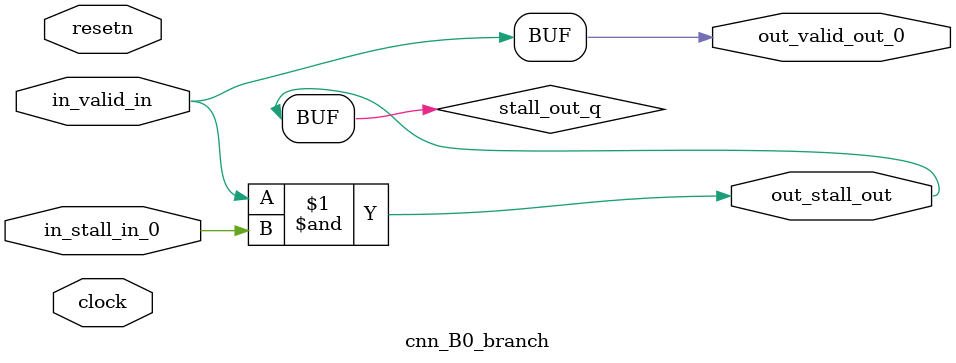
<source format=sv>



(* altera_attribute = "-name AUTO_SHIFT_REGISTER_RECOGNITION OFF; -name MESSAGE_DISABLE 10036; -name MESSAGE_DISABLE 10037; -name MESSAGE_DISABLE 14130; -name MESSAGE_DISABLE 14320; -name MESSAGE_DISABLE 15400; -name MESSAGE_DISABLE 14130; -name MESSAGE_DISABLE 10036; -name MESSAGE_DISABLE 12020; -name MESSAGE_DISABLE 12030; -name MESSAGE_DISABLE 12010; -name MESSAGE_DISABLE 12110; -name MESSAGE_DISABLE 14320; -name MESSAGE_DISABLE 13410; -name MESSAGE_DISABLE 113007; -name MESSAGE_DISABLE 10958" *)
module cnn_B0_branch (
    input wire [0:0] in_stall_in_0,
    input wire [0:0] in_valid_in,
    output wire [0:0] out_stall_out,
    output wire [0:0] out_valid_out_0,
    input wire clock,
    input wire resetn
    );

    wire [0:0] stall_out_q;
    reg [0:0] rst_sync_rst_sclrn;


    // stall_out(LOGICAL,6)
    assign stall_out_q = in_valid_in & in_stall_in_0;

    // out_stall_out(GPOUT,4)
    assign out_stall_out = stall_out_q;

    // out_valid_out_0(GPOUT,5)
    assign out_valid_out_0 = in_valid_in;

    // rst_sync(RESETSYNC,7)
    acl_reset_handler #(
        .ASYNC_RESET(0),
        .USE_SYNCHRONIZER(1),
        .PULSE_EXTENSION(0),
        .PIPE_DEPTH(3),
        .DUPLICATE(1)
    ) therst_sync (
        .clk(clock),
        .i_resetn(resetn),
        .o_sclrn(rst_sync_rst_sclrn)
    );

endmodule

</source>
